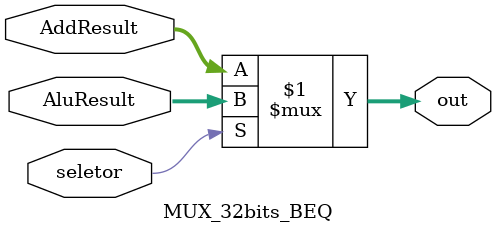
<source format=v>
module MUX_32bits_BEQ(
    input wire[31:0] AddResult,
    input wire[31:0] AluResult,
    input wire seletor,
    output wire[31:0] out
);

assign out = seletor ? AluResult : AddResult;

endmodule
</source>
